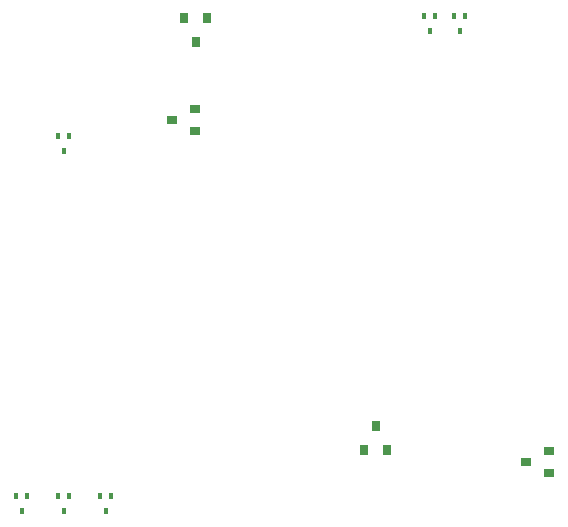
<source format=gtp>
G04 Layer_Color=8421504*
%FSAX24Y24*%
%MOIN*%
G70*
G01*
G75*
%ADD10R,0.0354X0.0315*%
%ADD11R,0.0140X0.0200*%
%ADD12R,0.0315X0.0354*%
D10*
X-022194Y014800D02*
D03*
X-021406Y015174D02*
D03*
Y014426D02*
D03*
X-010394Y003400D02*
D03*
X-009606Y003774D02*
D03*
Y003026D02*
D03*
D11*
X-013403Y018255D02*
D03*
X-013797D02*
D03*
X-013600Y017745D02*
D03*
X-012403Y018255D02*
D03*
X-012797D02*
D03*
X-012600Y017745D02*
D03*
X-025603Y014255D02*
D03*
X-025997D02*
D03*
X-025800Y013745D02*
D03*
X-024203Y002255D02*
D03*
X-024597D02*
D03*
X-024400Y001745D02*
D03*
X-025603Y002255D02*
D03*
X-025997D02*
D03*
X-025800Y001745D02*
D03*
X-027003Y002255D02*
D03*
X-027397D02*
D03*
X-027200Y001745D02*
D03*
D12*
X-021400Y017406D02*
D03*
X-021774Y018194D02*
D03*
X-021026D02*
D03*
X-015400Y004594D02*
D03*
X-015026Y003806D02*
D03*
X-015774D02*
D03*
M02*

</source>
